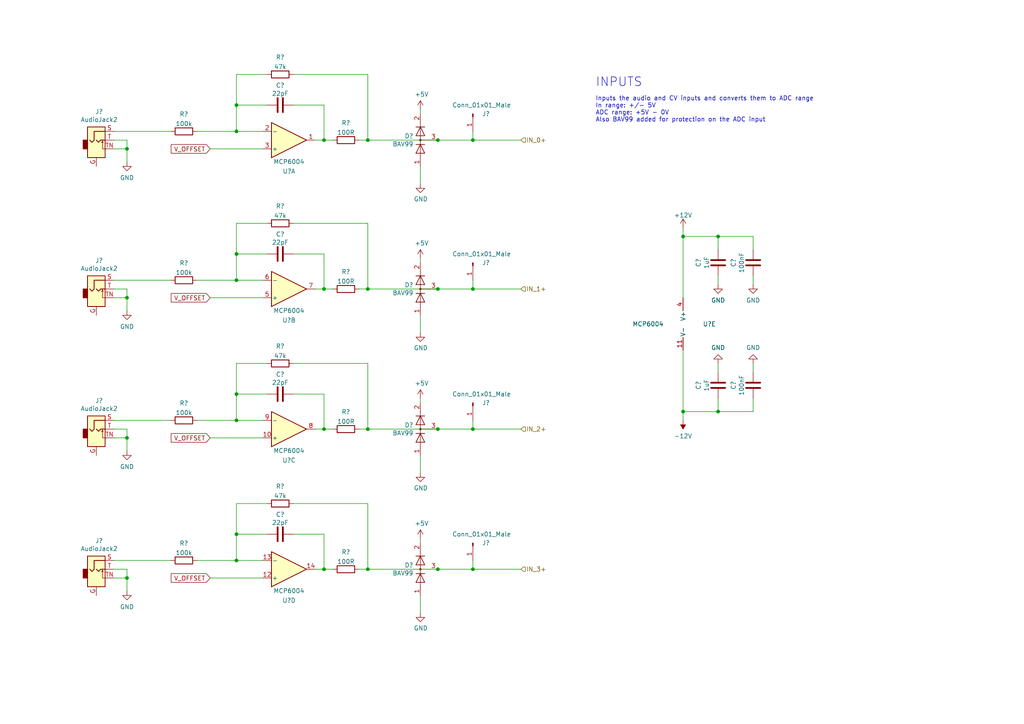
<source format=kicad_sch>
(kicad_sch (version 20211123) (generator eeschema)
  (paper "A4")
  (lib_symbols
    (symbol "Amplifier_Operational:MCP6004" (pin_names (offset 0.127))
      (property "Reference" "U" (at 0 5.08 0))
      (property "Value" "MCP6004" (at 0 -5.08 0))
      (symbol "MCP6004_1_1"
        (polyline (pts (xy -5.08 5.08) (xy 5.08 0) (xy -5.08 -5.08) (xy -5.08 5.08)) (stroke (width 0.254)) (fill (type background)))
        (pin output line (at 7.62 0 180) (length 2.54) (name "~") (number "1"))
        (pin input line (at -7.62 -2.54 0) (length 2.54) (name "-") (number "2"))
        (pin input line (at -7.62 2.54 0) (length 2.54) (name "+") (number "3"))
      )
      (symbol "MCP6004_2_1"
        (polyline (pts (xy -5.08 5.08) (xy 5.08 0) (xy -5.08 -5.08) (xy -5.08 5.08)) (stroke (width 0.254)) (fill (type background)))
        (pin input line (at -7.62 2.54 0) (length 2.54) (name "+") (number "5"))
        (pin input line (at -7.62 -2.54 0) (length 2.54) (name "-") (number "6"))
        (pin output line (at 7.62 0 180) (length 2.54) (name "~") (number "7"))
      )
      (symbol "MCP6004_3_1"
        (polyline (pts (xy -5.08 5.08) (xy 5.08 0) (xy -5.08 -5.08) (xy -5.08 5.08)) (stroke (width 0.254)) (fill (type background)))
        (pin input line (at -7.62 2.54 0) (length 2.54) (name "+") (number "10"))
        (pin output line (at 7.62 0 180) (length 2.54) (name "~") (number "8"))
        (pin input line (at -7.62 -2.54 0) (length 2.54) (name "-") (number "9"))
      )
      (symbol "MCP6004_4_1"
        (polyline (pts (xy -5.08 5.08) (xy 5.08 0) (xy -5.08 -5.08) (xy -5.08 5.08)) (stroke (width 0.254)) (fill (type background)))
        (pin input line (at -7.62 2.54 0) (length 2.54) (name "+") (number "12"))
        (pin input line (at -7.62 -2.54 0) (length 2.54) (name "-") (number "13"))
        (pin output line (at 7.62 0 180) (length 2.54) (name "~") (number "14"))
      )
      (symbol "MCP6004_5_1"
        (pin power_in line (at -2.54 -7.62 90) (length 3.81) (name "V-") (number "11"))
        (pin power_in line (at -2.54 7.62 270) (length 3.81) (name "V+") (number "4"))
      )
    )
    (symbol "Connector:AudioJack2_Ground_SwitchT"
      (property "Reference" "J" (at 0 8.89 0))
      (property "Value" "AudioJack2_Ground_SwitchT" (at 0 6.35 0))
      (symbol "AudioJack2_Ground_SwitchT_0_1"
        (rectangle (start -2.54 0) (end -3.81 -2.54) (stroke (width 0.254)) (fill (type outline)))
        (polyline (pts (xy 1.778 -0.254) (xy 2.032 -0.762)))
        (polyline (pts (xy 0 0) (xy 0.635 -0.635) (xy 1.27 0) (xy 2.54 0)) (stroke (width 0.254)))
        (polyline (pts (xy 2.54 -2.54) (xy 1.778 -2.54) (xy 1.778 -0.254) (xy 1.524 -0.762)))
        (polyline (pts (xy 2.54 2.54) (xy -0.635 2.54) (xy -0.635 0) (xy -1.27 -0.635) (xy -1.905 0)) (stroke (width 0.254)))
        (rectangle (start 2.54 3.81) (end -2.54 -5.08) (stroke (width 0.254)) (fill (type background)))
      )
      (symbol "AudioJack2_Ground_SwitchT_1_1"
        (pin passive line (at 0 -7.62 90) (length 2.54) (name "~") (number "G"))
        (pin passive line (at 5.08 2.54 180) (length 2.54) (name "~") (number "S"))
        (pin passive line (at 5.08 0 180) (length 2.54) (name "~") (number "T"))
        (pin passive line (at 5.08 -2.54 180) (length 2.54) (name "~") (number "TN"))
      )
    )
    (symbol "Connector:Conn_01x01_Male" (pin_names (offset 1.016) hide)
      (property "Reference" "J" (at 0 2.54 0))
      (property "Value" "Conn_01x01_Male" (at 0 -2.54 0))
      (symbol "Conn_01x01_Male_1_1"
        (polyline (pts (xy 1.27 0) (xy 0.8636 0)) (stroke (width 0.1524)))
        (rectangle (start 0.8636 0.127) (end 0 -0.127) (stroke (width 0.1524)) (fill (type outline)))
        (pin passive line (at 5.08 0 180) (length 3.81) (name "Pin_1") (number "1"))
      )
    )
    (symbol "Device:C" (pin_numbers hide) (pin_names (offset 0.254))
      (property "Reference" "C" (at 0.635 2.54 0))
      (property "Value" "C" (at 0.635 -2.54 0))
      (symbol "C_0_1"
        (polyline (pts (xy -2.032 -0.762) (xy 2.032 -0.762)) (stroke (width 0.508)))
        (polyline (pts (xy -2.032 0.762) (xy 2.032 0.762)) (stroke (width 0.508)))
      )
      (symbol "C_1_1"
        (pin passive line (at 0 3.81 270) (length 2.794) (name "~") (number "1"))
        (pin passive line (at 0 -3.81 90) (length 2.794) (name "~") (number "2"))
      )
    )
    (symbol "Device:R" (pin_numbers hide) (pin_names (offset 0))
      (property "Reference" "R" (at 2.032 0 90))
      (property "Value" "R" (at 0 0 90))
      (symbol "R_0_1"
        (rectangle (start -1.016 -2.54) (end 1.016 2.54) (stroke (width 0.254)))
      )
      (symbol "R_1_1"
        (pin passive line (at 0 3.81 270) (length 1.27) (name "~") (number "1"))
        (pin passive line (at 0 -3.81 90) (length 1.27) (name "~") (number "2"))
      )
    )
    (symbol "Diode:BAV99" (pin_names hide)
      (property "Reference" "D" (at 0 5.08 0))
      (property "Value" "Diode_BAV99" (at 0 2.54 0))
      (symbol "BAV99_0_1"
        (polyline (pts (xy -5.08 0) (xy 5.08 0)))
      )
      (symbol "BAV99_1_1"
        (polyline (pts (xy 0 0) (xy 0 -2.54)))
        (polyline (pts (xy -1.27 -1.27) (xy -1.27 1.27) (xy -1.27 1.27)) (stroke (width 0.2032)))
        (polyline (pts (xy 3.81 1.27) (xy 3.81 -1.27) (xy 3.81 -1.27)) (stroke (width 0.2032)))
        (polyline (pts (xy -3.81 1.27) (xy -1.27 0) (xy -3.81 -1.27) (xy -3.81 1.27) (xy -3.81 1.27) (xy -3.81 1.27)) (stroke (width 0.2032)))
        (polyline (pts (xy 1.27 1.27) (xy 3.81 0) (xy 1.27 -1.27) (xy 1.27 1.27) (xy 1.27 1.27) (xy 1.27 1.27)) (stroke (width 0.2032)))
        (circle (center 0 0) (radius 0.254) (fill (type outline)))
        (pin passive line (at -7.62 0 0) (length 2.54) (name "K") (number "1"))
        (pin passive line (at 7.62 0 180) (length 2.54) (name "A") (number "2"))
        (pin passive line (at 0 -5.08 90) (length 2.54) (name "K") (number "3"))
      )
    )
    (symbol "GND_1" (power) (pin_names (offset 0))
      (property "Value" "GND_1" (at 0 -3.81 0))
      (symbol "GND_1_0_1"
        (polyline (pts (xy 0 0) (xy 0 -1.27) (xy 1.27 -1.27) (xy 0 -2.54) (xy -1.27 -1.27) (xy 0 -1.27)))
      )
      (symbol "GND_1_1_1"
        (pin power_in line (at 0 0 270) (length 0) hide (name "GND") (number "1"))
      )
    )
    (symbol "power:+12V" (power) (pin_names (offset 0))
      (property "Value" "+12V" (at 0 3.556 0))
      (symbol "+12V_0_1"
        (polyline (pts (xy -0.762 1.27) (xy 0 2.54)))
        (polyline (pts (xy 0 0) (xy 0 2.54)))
        (polyline (pts (xy 0 2.54) (xy 0.762 1.27)))
      )
      (symbol "+12V_1_1"
        (pin power_in line (at 0 0 90) (length 0) hide (name "+12V") (number "1"))
      )
    )
    (symbol "power:+5V" (power) (pin_names (offset 0))
      (property "Value" "power_+5V" (at 0 3.556 0))
      (symbol "+5V_0_1"
        (polyline (pts (xy -0.762 1.27) (xy 0 2.54)))
        (polyline (pts (xy 0 0) (xy 0 2.54)))
        (polyline (pts (xy 0 2.54) (xy 0.762 1.27)))
      )
      (symbol "+5V_1_1"
        (pin power_in line (at 0 0 90) (length 0) hide (name "+5V") (number "1"))
      )
    )
    (symbol "power:-12V" (power) (pin_names (offset 0))
      (property "Value" "-12V" (at 0 3.81 0))
      (symbol "-12V_0_0"
        (pin power_in line (at 0 0 90) (length 0) hide (name "-12V") (number "1"))
      )
      (symbol "-12V_0_1"
        (polyline (pts (xy 0 0) (xy 0 1.27) (xy 0.762 1.27) (xy 0 2.54) (xy -0.762 1.27) (xy 0 1.27)) (fill (type outline)))
      )
    )
    (symbol "power:GND" (power) (pin_names (offset 0))
      (property "Value" "power_GND" (at 0 -3.81 0))
      (symbol "GND_0_1"
        (polyline (pts (xy 0 0) (xy 0 -1.27) (xy 1.27 -1.27) (xy 0 -2.54) (xy -1.27 -1.27) (xy 0 -1.27)))
      )
      (symbol "GND_1_1"
        (pin power_in line (at 0 0 270) (length 0) hide (name "GND") (number "1"))
      )
    )
  )
  (junction (at 198.12 68.58))
  (junction (at 106.68 124.46))
  (junction (at 68.58 162.56))
  (junction (at 68.58 81.28))
  (junction (at 137.16 83.82))
  (junction (at 106.68 83.82))
  (junction (at 68.58 154.94))
  (junction (at 68.58 30.48))
  (junction (at 208.28 119.38))
  (junction (at 106.68 165.1))
  (junction (at 127 40.64))
  (junction (at 137.16 40.64))
  (junction (at 68.58 121.92))
  (junction (at 127 124.46))
  (junction (at 68.58 38.1))
  (junction (at 93.98 83.82))
  (junction (at 36.83 167.64))
  (junction (at 93.98 165.1))
  (junction (at 127 83.82))
  (junction (at 198.12 119.38))
  (junction (at 93.98 40.64))
  (junction (at 36.83 43.18))
  (junction (at 137.16 124.46))
  (junction (at 137.16 165.1))
  (junction (at 68.58 73.66))
  (junction (at 68.58 114.3))
  (junction (at 127 165.1))
  (junction (at 36.83 127))
  (junction (at 93.98 124.46))
  (junction (at 36.83 86.36))
  (junction (at 208.28 68.58))
  (junction (at 106.68 40.64))
  (wire (pts (xy 106.68 40.64) (xy 127 40.64)))
  (wire (pts (xy 93.98 30.48) (xy 93.98 40.64)))
  (wire (pts (xy 93.98 124.46) (xy 91.44 124.46)))
  (wire (pts (xy 93.98 154.94) (xy 93.98 165.1)))
  (wire (pts (xy 68.58 64.77) (xy 68.58 73.66)))
  (wire (pts (xy 121.92 177.8) (xy 121.92 172.72)))
  (wire (pts (xy 137.16 162.56) (xy 137.16 165.1)))
  (wire (pts (xy 121.92 74.93) (xy 121.92 76.2)))
  (wire (pts (xy 121.92 53.34) (xy 121.92 48.26)))
  (wire (pts (xy 36.83 167.64) (xy 36.83 171.45)))
  (wire (pts (xy 127 124.46) (xy 137.16 124.46)))
  (wire (pts (xy 96.52 83.82) (xy 93.98 83.82)))
  (wire (pts (xy 137.16 83.82) (xy 151.13 83.82)))
  (wire (pts (xy 85.09 21.59) (xy 106.68 21.59)))
  (wire (pts (xy 218.44 68.58) (xy 218.44 72.39)))
  (wire (pts (xy 68.58 30.48) (xy 68.58 38.1)))
  (wire (pts (xy 33.02 40.64) (xy 36.83 40.64)))
  (wire (pts (xy 208.28 107.95) (xy 208.28 105.41)))
  (wire (pts (xy 104.14 40.64) (xy 106.68 40.64)))
  (wire (pts (xy 33.02 127) (xy 36.83 127)))
  (wire (pts (xy 208.28 80.01) (xy 208.28 82.55)))
  (wire (pts (xy 68.58 38.1) (xy 76.2 38.1)))
  (wire (pts (xy 68.58 162.56) (xy 76.2 162.56)))
  (wire (pts (xy 93.98 165.1) (xy 91.44 165.1)))
  (wire (pts (xy 137.16 81.28) (xy 137.16 83.82)))
  (wire (pts (xy 121.92 137.16) (xy 121.92 132.08)))
  (wire (pts (xy 68.58 146.05) (xy 68.58 154.94)))
  (wire (pts (xy 137.16 124.46) (xy 151.13 124.46)))
  (wire (pts (xy 68.58 73.66) (xy 77.47 73.66)))
  (wire (pts (xy 137.16 40.64) (xy 151.13 40.64)))
  (wire (pts (xy 106.68 165.1) (xy 127 165.1)))
  (wire (pts (xy 33.02 165.1) (xy 36.83 165.1)))
  (wire (pts (xy 106.68 146.05) (xy 106.68 165.1)))
  (wire (pts (xy 208.28 119.38) (xy 208.28 115.57)))
  (wire (pts (xy 68.58 121.92) (xy 76.2 121.92)))
  (wire (pts (xy 57.15 121.92) (xy 68.58 121.92)))
  (wire (pts (xy 137.16 121.92) (xy 137.16 124.46)))
  (wire (pts (xy 68.58 154.94) (xy 68.58 162.56)))
  (wire (pts (xy 57.15 81.28) (xy 68.58 81.28)))
  (wire (pts (xy 93.98 83.82) (xy 91.44 83.82)))
  (wire (pts (xy 68.58 30.48) (xy 77.47 30.48)))
  (wire (pts (xy 198.12 68.58) (xy 198.12 86.36)))
  (wire (pts (xy 68.58 114.3) (xy 68.58 121.92)))
  (wire (pts (xy 121.92 115.57) (xy 121.92 116.84)))
  (wire (pts (xy 127 40.64) (xy 137.16 40.64)))
  (wire (pts (xy 104.14 165.1) (xy 106.68 165.1)))
  (wire (pts (xy 93.98 114.3) (xy 93.98 124.46)))
  (wire (pts (xy 198.12 66.04) (xy 198.12 68.58)))
  (wire (pts (xy 96.52 40.64) (xy 93.98 40.64)))
  (wire (pts (xy 208.28 119.38) (xy 218.44 119.38)))
  (wire (pts (xy 68.58 154.94) (xy 77.47 154.94)))
  (wire (pts (xy 104.14 83.82) (xy 106.68 83.82)))
  (wire (pts (xy 68.58 81.28) (xy 76.2 81.28)))
  (wire (pts (xy 106.68 21.59) (xy 106.68 40.64)))
  (wire (pts (xy 36.83 43.18) (xy 36.83 46.99)))
  (wire (pts (xy 127 83.82) (xy 137.16 83.82)))
  (wire (pts (xy 68.58 114.3) (xy 77.47 114.3)))
  (wire (pts (xy 77.47 105.41) (xy 68.58 105.41)))
  (wire (pts (xy 33.02 162.56) (xy 49.53 162.56)))
  (wire (pts (xy 85.09 114.3) (xy 93.98 114.3)))
  (wire (pts (xy 137.16 165.1) (xy 151.13 165.1)))
  (wire (pts (xy 208.28 68.58) (xy 218.44 68.58)))
  (wire (pts (xy 106.68 105.41) (xy 106.68 124.46)))
  (wire (pts (xy 36.83 86.36) (xy 36.83 90.17)))
  (wire (pts (xy 77.47 64.77) (xy 68.58 64.77)))
  (wire (pts (xy 77.47 146.05) (xy 68.58 146.05)))
  (wire (pts (xy 198.12 119.38) (xy 208.28 119.38)))
  (wire (pts (xy 96.52 124.46) (xy 93.98 124.46)))
  (wire (pts (xy 33.02 121.92) (xy 49.53 121.92)))
  (wire (pts (xy 33.02 81.28) (xy 49.53 81.28)))
  (wire (pts (xy 57.15 38.1) (xy 68.58 38.1)))
  (wire (pts (xy 36.83 165.1) (xy 36.83 167.64)))
  (wire (pts (xy 121.92 31.75) (xy 121.92 33.02)))
  (wire (pts (xy 218.44 119.38) (xy 218.44 115.57)))
  (wire (pts (xy 218.44 80.01) (xy 218.44 82.55)))
  (wire (pts (xy 36.83 40.64) (xy 36.83 43.18)))
  (wire (pts (xy 85.09 146.05) (xy 106.68 146.05)))
  (wire (pts (xy 208.28 68.58) (xy 208.28 72.39)))
  (wire (pts (xy 68.58 105.41) (xy 68.58 114.3)))
  (wire (pts (xy 57.15 162.56) (xy 68.58 162.56)))
  (wire (pts (xy 106.68 83.82) (xy 127 83.82)))
  (wire (pts (xy 60.96 86.36) (xy 76.2 86.36)))
  (wire (pts (xy 106.68 124.46) (xy 127 124.46)))
  (wire (pts (xy 96.52 165.1) (xy 93.98 165.1)))
  (wire (pts (xy 198.12 121.92) (xy 198.12 119.38)))
  (wire (pts (xy 85.09 64.77) (xy 106.68 64.77)))
  (wire (pts (xy 106.68 64.77) (xy 106.68 83.82)))
  (wire (pts (xy 85.09 154.94) (xy 93.98 154.94)))
  (wire (pts (xy 121.92 96.52) (xy 121.92 91.44)))
  (wire (pts (xy 77.47 21.59) (xy 68.58 21.59)))
  (wire (pts (xy 33.02 167.64) (xy 36.83 167.64)))
  (wire (pts (xy 198.12 119.38) (xy 198.12 101.6)))
  (wire (pts (xy 36.83 83.82) (xy 36.83 86.36)))
  (wire (pts (xy 85.09 30.48) (xy 93.98 30.48)))
  (wire (pts (xy 60.96 167.64) (xy 76.2 167.64)))
  (wire (pts (xy 33.02 124.46) (xy 36.83 124.46)))
  (wire (pts (xy 68.58 21.59) (xy 68.58 30.48)))
  (wire (pts (xy 85.09 73.66) (xy 93.98 73.66)))
  (wire (pts (xy 36.83 124.46) (xy 36.83 127)))
  (wire (pts (xy 68.58 73.66) (xy 68.58 81.28)))
  (wire (pts (xy 36.83 127) (xy 36.83 130.81)))
  (wire (pts (xy 85.09 105.41) (xy 106.68 105.41)))
  (wire (pts (xy 93.98 40.64) (xy 91.44 40.64)))
  (wire (pts (xy 198.12 68.58) (xy 208.28 68.58)))
  (wire (pts (xy 60.96 43.18) (xy 76.2 43.18)))
  (wire (pts (xy 218.44 107.95) (xy 218.44 105.41)))
  (wire (pts (xy 121.92 156.21) (xy 121.92 157.48)))
  (wire (pts (xy 33.02 43.18) (xy 36.83 43.18)))
  (wire (pts (xy 127 165.1) (xy 137.16 165.1)))
  (wire (pts (xy 93.98 73.66) (xy 93.98 83.82)))
  (wire (pts (xy 33.02 86.36) (xy 36.83 86.36)))
  (wire (pts (xy 104.14 124.46) (xy 106.68 124.46)))
  (wire (pts (xy 137.16 38.1) (xy 137.16 40.64)))
  (wire (pts (xy 33.02 38.1) (xy 49.53 38.1)))
  (wire (pts (xy 33.02 83.82) (xy 36.83 83.82)))
  (wire (pts (xy 60.96 127) (xy 76.2 127)))
  (text "Inputs the audio and CV inputs and converts them to ADC range\nIn range: +/- 5V\nADC range: +5V - 0V\nAlso BAV99 added for protection on the ADC input" (at 172.72 35.56 0) (effects (font (size 1.27 1.27)) (justify left bottom)))
  (text "INPUTS" (at 172.72 25.4 0) (effects (font (size 2.54 2.54)) (justify left bottom)))
  (global_label "V_OFFSET" (shape input) (at 60.96 127 180) (property "Intersheet References" "${INTERSHEET_REFS}" (effects hide)))
  (global_label "V_OFFSET" (shape input) (at 60.96 167.64 180) (property "Intersheet References" "${INTERSHEET_REFS}" (effects hide)))
  (global_label "V_OFFSET" (shape input) (at 60.96 43.18 180) (property "Intersheet References" "${INTERSHEET_REFS}" (effects hide)))
  (global_label "V_OFFSET" (shape input) (at 60.96 86.36 180) (property "Intersheet References" "${INTERSHEET_REFS}" (effects hide)))
  (hierarchical_label "IN_2+" (shape input) (at 151.13 124.46 0))
  (hierarchical_label "IN_1+" (shape input) (at 151.13 83.82 0))
  (hierarchical_label "IN_0+" (shape input) (at 151.13 40.64 0))
  (hierarchical_label "IN_3+" (shape input) (at 151.13 165.1 0))
  (symbol (lib_id "Connector:AudioJack2_Ground_SwitchT") (at 27.94 40.64 0) (unit 1)
    (property "Reference" "J?" (at 28.7528 32.385 0))
    (property "Value" "AudioJack2" (at 28.7528 34.6964 0))
    (property "Footprint" "AudioJacks:Jack_3.5mm_QingPu_WQP-PJ398SM_Vertical" (effects hide))
  )
  (symbol (lib_id "Diode:BAV99") (at 121.92 40.64 90) (unit 1)
    (property "Reference" "D?" (at 119.9134 39.4716 90) (effects (justify left)))
    (property "Value" "BAV99" (at 119.9134 41.783 90) (effects (justify left)))
    (property "Footprint" "Package_TO_SOT_SMD:SOT-23" (effects hide))
    (property "Datasheet" "https://assets.nexperia.com/documents/data-sheet/BAV99_SER.pdf" (effects hide))
  )
  (symbol (lib_id "power:+5V") (at 121.92 31.75 0) (unit 1)
    (property "Reference" "#PWR?" (effects hide))
    (property "Value" "+5V" (at 122.301 27.3558 0))
  )
  (symbol (lib_id "power:GND") (at 121.92 53.34 0) (unit 1)
    (property "Reference" "#PWR?" (effects hide))
    (property "Value" "GND" (at 122.047 57.7342 0))
  )
  (symbol (lib_id "Connector:AudioJack2_Ground_SwitchT") (at 27.94 165.1 0) (unit 1)
    (property "Reference" "J?" (at 28.7528 156.845 0))
    (property "Value" "AudioJack2" (at 28.7528 159.1564 0))
    (property "Footprint" "AudioJacks:Jack_3.5mm_QingPu_WQP-PJ398SM_Vertical" (effects hide))
  )
  (symbol (lib_name "GND_1") (lib_id "power:GND") (at 36.83 171.45 0) (unit 1)
    (property "Reference" "#PWR?" (effects hide))
    (property "Value" "GND" (at 36.83 176.0125 0))
  )
  (symbol (lib_id "power:+5V") (at 121.92 115.57 0) (unit 1)
    (property "Reference" "#PWR?" (effects hide))
    (property "Value" "+5V" (at 122.301 111.1758 0))
  )
  (symbol (lib_name "GND_1") (lib_id "power:GND") (at 36.83 46.99 0) (unit 1)
    (property "Reference" "#PWR?" (effects hide))
    (property "Value" "GND" (at 36.83 51.5525 0))
  )
  (symbol (lib_id "Device:R") (at 81.28 105.41 90) (unit 1)
    (property "Reference" "R?" (at 81.28 100.4275 90))
    (property "Value" "47k" (at 81.28 103.2026 90))
    (property "Footprint" "Resistor_SMD:R_0805_2012Metric_Pad1.20x1.40mm_HandSolder" (effects hide))
  )
  (symbol (lib_id "Device:R") (at 81.28 146.05 90) (unit 1)
    (property "Reference" "R?" (at 81.28 141.0675 90))
    (property "Value" "47k" (at 81.28 143.8426 90))
    (property "Footprint" "Resistor_SMD:R_0805_2012Metric_Pad1.20x1.40mm_HandSolder" (effects hide))
  )
  (symbol (lib_id "power:+5V") (at 121.92 156.21 0) (unit 1)
    (property "Reference" "#PWR?" (effects hide))
    (property "Value" "+5V" (at 122.301 151.8158 0))
  )
  (symbol (lib_id "power:GND") (at 121.92 137.16 0) (unit 1)
    (property "Reference" "#PWR?" (effects hide))
    (property "Value" "GND" (at 122.047 141.5542 0))
  )
  (symbol (lib_id "Device:C") (at 81.28 30.48 270) (unit 1)
    (property "Reference" "C?" (at 81.28 24.765 90))
    (property "Value" "22pF" (at 81.28 27.1296 90))
    (property "Footprint" "Capacitor_SMD:C_0805_2012Metric_Pad1.18x1.45mm_HandSolder" (effects hide))
  )
  (symbol (lib_id "Amplifier_Operational:MCP6004") (at 83.82 40.64 0) (mirror x) (unit 1)
    (property "Reference" "U?" (at 83.82 49.6865 0))
    (property "Value" "MCP6004" (at 83.82 46.9114 0))
    (property "Datasheet" "http://ww1.microchip.com/downloads/en/DeviceDoc/21733j.pdf" (effects hide))
  )
  (symbol (lib_id "Device:R") (at 100.33 165.1 90) (unit 1)
    (property "Reference" "R?" (at 100.33 160.1175 90))
    (property "Value" "100R" (at 100.33 162.8926 90))
    (property "Footprint" "Resistor_SMD:R_0805_2012Metric_Pad1.20x1.40mm_HandSolder" (effects hide))
  )
  (symbol (lib_id "power:GND") (at 208.28 82.55 0) (unit 1)
    (property "Reference" "#PWR?" (effects hide))
    (property "Value" "GND" (at 208.28 87.1125 0))
  )
  (symbol (lib_id "Diode:BAV99") (at 121.92 124.46 90) (unit 1)
    (property "Reference" "D?" (at 119.9134 123.2916 90) (effects (justify left)))
    (property "Value" "BAV99" (at 119.9134 125.603 90) (effects (justify left)))
    (property "Footprint" "Package_TO_SOT_SMD:SOT-23" (effects hide))
    (property "Datasheet" "https://assets.nexperia.com/documents/data-sheet/BAV99_SER.pdf" (effects hide))
  )
  (symbol (lib_id "power:+5V") (at 121.92 74.93 0) (unit 1)
    (property "Reference" "#PWR?" (effects hide))
    (property "Value" "+5V" (at 122.301 70.5358 0))
  )
  (symbol (lib_id "Device:R") (at 81.28 64.77 90) (unit 1)
    (property "Reference" "R?" (at 81.28 59.7875 90))
    (property "Value" "47k" (at 81.28 62.5626 90))
    (property "Footprint" "Resistor_SMD:R_0805_2012Metric_Pad1.20x1.40mm_HandSolder" (effects hide))
  )
  (symbol (lib_id "Device:C") (at 81.28 73.66 270) (unit 1)
    (property "Reference" "C?" (at 81.28 67.945 90))
    (property "Value" "22pF" (at 81.28 70.3096 90))
    (property "Footprint" "Capacitor_SMD:C_0805_2012Metric_Pad1.18x1.45mm_HandSolder" (effects hide))
  )
  (symbol (lib_id "Connector:AudioJack2_Ground_SwitchT") (at 27.94 83.82 0) (unit 1)
    (property "Reference" "J?" (at 28.7528 75.565 0))
    (property "Value" "AudioJack2" (at 28.7528 77.8764 0))
    (property "Footprint" "AudioJacks:Jack_3.5mm_QingPu_WQP-PJ398SM_Vertical" (effects hide))
  )
  (symbol (lib_id "Device:C") (at 218.44 111.76 0) (mirror x) (unit 1)
    (property "Reference" "C?" (at 212.725 111.76 90))
    (property "Value" "100nF" (at 215.0896 111.76 90))
    (property "Footprint" "Capacitor_SMD:C_0805_2012Metric_Pad1.18x1.45mm_HandSolder" (effects hide))
  )
  (symbol (lib_id "Diode:BAV99") (at 121.92 165.1 90) (unit 1)
    (property "Reference" "D?" (at 119.9134 163.9316 90) (effects (justify left)))
    (property "Value" "BAV99" (at 119.9134 166.243 90) (effects (justify left)))
    (property "Footprint" "Package_TO_SOT_SMD:SOT-23" (effects hide))
    (property "Datasheet" "https://assets.nexperia.com/documents/data-sheet/BAV99_SER.pdf" (effects hide))
  )
  (symbol (lib_id "Device:R") (at 100.33 124.46 90) (unit 1)
    (property "Reference" "R?" (at 100.33 119.4775 90))
    (property "Value" "100R" (at 100.33 122.2526 90))
    (property "Footprint" "Resistor_SMD:R_0805_2012Metric_Pad1.20x1.40mm_HandSolder" (effects hide))
  )
  (symbol (lib_id "Device:C") (at 81.28 114.3 270) (unit 1)
    (property "Reference" "C?" (at 81.28 108.585 90))
    (property "Value" "22pF" (at 81.28 110.9496 90))
    (property "Footprint" "Capacitor_SMD:C_0805_2012Metric_Pad1.18x1.45mm_HandSolder" (effects hide))
  )
  (symbol (lib_id "Device:C") (at 81.28 154.94 270) (unit 1)
    (property "Reference" "C?" (at 81.28 149.225 90))
    (property "Value" "22pF" (at 81.28 151.5896 90))
    (property "Footprint" "Capacitor_SMD:C_0805_2012Metric_Pad1.18x1.45mm_HandSolder" (effects hide))
  )
  (symbol (lib_id "Diode:BAV99") (at 121.92 83.82 90) (unit 1)
    (property "Reference" "D?" (at 119.9134 82.6516 90) (effects (justify left)))
    (property "Value" "BAV99" (at 119.9134 84.963 90) (effects (justify left)))
    (property "Footprint" "Package_TO_SOT_SMD:SOT-23" (effects hide))
    (property "Datasheet" "https://assets.nexperia.com/documents/data-sheet/BAV99_SER.pdf" (effects hide))
  )
  (symbol (lib_id "Device:C") (at 208.28 111.76 0) (mirror x) (unit 1)
    (property "Reference" "C?" (at 202.565 111.76 90))
    (property "Value" "1uF" (at 204.9296 111.76 90))
    (property "Footprint" "Capacitor_SMD:C_0805_2012Metric_Pad1.18x1.45mm_HandSolder" (effects hide))
  )
  (symbol (lib_name "GND_1") (lib_id "power:GND") (at 36.83 90.17 0) (unit 1)
    (property "Reference" "#PWR?" (effects hide))
    (property "Value" "GND" (at 36.83 94.7325 0))
  )
  (symbol (lib_id "Device:R") (at 100.33 40.64 90) (unit 1)
    (property "Reference" "R?" (at 100.33 35.6575 90))
    (property "Value" "100R" (at 100.33 38.4326 90))
    (property "Footprint" "Resistor_SMD:R_0805_2012Metric_Pad1.20x1.40mm_HandSolder" (effects hide))
  )
  (symbol (lib_id "power:-12V") (at 198.12 121.92 180) (unit 1)
    (property "Reference" "#PWR?" (effects hide))
    (property "Value" "-12V" (at 198.12 126.4825 0))
  )
  (symbol (lib_id "Device:C") (at 218.44 76.2 0) (unit 1)
    (property "Reference" "C?" (at 212.725 76.2 90))
    (property "Value" "100nF" (at 215.0896 76.2 90))
    (property "Footprint" "Capacitor_SMD:C_0805_2012Metric_Pad1.18x1.45mm_HandSolder" (effects hide))
  )
  (symbol (lib_id "Device:R") (at 81.28 21.59 90) (unit 1)
    (property "Reference" "R?" (at 81.28 16.6075 90))
    (property "Value" "47k" (at 81.28 19.3826 90))
    (property "Footprint" "Resistor_SMD:R_0805_2012Metric_Pad1.20x1.40mm_HandSolder" (effects hide))
  )
  (symbol (lib_id "Connector:Conn_01x01_Male") (at 137.16 116.84 270) (unit 1)
    (property "Reference" "J?" (at 140.97 116.84 90))
    (property "Value" "Conn_01x01_Male" (at 139.7 114.3 90))
    (property "Footprint" "Connector_PinSocket_2.54mm:PinSocket_1x01_P2.54mm_Vertical" (effects hide))
  )
  (symbol (lib_id "Amplifier_Operational:MCP6004") (at 83.82 124.46 0) (mirror x) (unit 3)
    (property "Reference" "U?" (at 83.82 133.5065 0))
    (property "Value" "MCP6004" (at 83.82 130.7314 0))
    (property "Datasheet" "http://ww1.microchip.com/downloads/en/DeviceDoc/21733j.pdf" (effects hide))
  )
  (symbol (lib_id "Amplifier_Operational:MCP6004") (at 83.82 165.1 0) (mirror x) (unit 4)
    (property "Reference" "U?" (at 83.82 174.1465 0))
    (property "Value" "MCP6004" (at 83.82 171.3714 0))
    (property "Datasheet" "http://ww1.microchip.com/downloads/en/DeviceDoc/21733j.pdf" (effects hide))
  )
  (symbol (lib_id "Device:R") (at 53.34 121.92 90) (unit 1)
    (property "Reference" "R?" (at 53.34 116.9375 90))
    (property "Value" "100k" (at 53.34 119.7126 90))
    (property "Footprint" "Resistor_SMD:R_0805_2012Metric_Pad1.20x1.40mm_HandSolder" (effects hide))
  )
  (symbol (lib_id "Device:R") (at 53.34 162.56 90) (unit 1)
    (property "Reference" "R?" (at 53.34 157.5775 90))
    (property "Value" "100k" (at 53.34 160.3526 90))
    (property "Footprint" "Resistor_SMD:R_0805_2012Metric_Pad1.20x1.40mm_HandSolder" (effects hide))
  )
  (symbol (lib_id "Connector:Conn_01x01_Male") (at 137.16 157.48 270) (unit 1)
    (property "Reference" "J?" (at 140.97 157.48 90))
    (property "Value" "Conn_01x01_Male" (at 139.7 154.94 90))
    (property "Footprint" "Connector_PinSocket_2.54mm:PinSocket_1x01_P2.54mm_Vertical" (effects hide))
  )
  (symbol (lib_id "Connector:AudioJack2_Ground_SwitchT") (at 27.94 124.46 0) (unit 1)
    (property "Reference" "J?" (at 28.7528 116.205 0))
    (property "Value" "AudioJack2" (at 28.7528 118.5164 0))
    (property "Footprint" "AudioJacks:Jack_3.5mm_QingPu_WQP-PJ398SM_Vertical" (effects hide))
  )
  (symbol (lib_id "Amplifier_Operational:MCP6004") (at 83.82 83.82 0) (mirror x) (unit 2)
    (property "Reference" "U?" (at 83.82 92.8665 0))
    (property "Value" "MCP6004" (at 83.82 90.0914 0))
    (property "Datasheet" "http://ww1.microchip.com/downloads/en/DeviceDoc/21733j.pdf" (effects hide))
  )
  (symbol (lib_id "power:GND") (at 218.44 82.55 0) (unit 1)
    (property "Reference" "#PWR?" (effects hide))
    (property "Value" "GND" (at 218.44 87.1125 0))
  )
  (symbol (lib_id "Connector:Conn_01x01_Male") (at 137.16 76.2 270) (unit 1)
    (property "Reference" "J?" (at 140.97 76.2 90))
    (property "Value" "Conn_01x01_Male" (at 139.7 73.66 90))
    (property "Footprint" "Connector_PinSocket_2.54mm:PinSocket_1x01_P2.54mm_Vertical" (effects hide))
  )
  (symbol (lib_id "Device:R") (at 100.33 83.82 90) (unit 1)
    (property "Reference" "R?" (at 100.33 78.8375 90))
    (property "Value" "100R" (at 100.33 81.6126 90))
    (property "Footprint" "Resistor_SMD:R_0805_2012Metric_Pad1.20x1.40mm_HandSolder" (effects hide))
  )
  (symbol (lib_id "Device:R") (at 53.34 38.1 90) (unit 1)
    (property "Reference" "R?" (at 53.34 33.1175 90))
    (property "Value" "100k" (at 53.34 35.8926 90))
    (property "Footprint" "Resistor_SMD:R_0805_2012Metric_Pad1.20x1.40mm_HandSolder" (effects hide))
  )
  (symbol (lib_id "power:GND") (at 218.44 105.41 0) (mirror x) (unit 1)
    (property "Reference" "#PWR?" (effects hide))
    (property "Value" "GND" (at 218.44 100.8475 0))
  )
  (symbol (lib_id "power:+12V") (at 198.12 66.04 0) (unit 1)
    (property "Reference" "#PWR?" (effects hide))
    (property "Value" "+12V" (at 198.12 62.4355 0))
  )
  (symbol (lib_id "power:GND") (at 208.28 105.41 0) (mirror x) (unit 1)
    (property "Reference" "#PWR?" (effects hide))
    (property "Value" "GND" (at 208.28 100.8475 0))
  )
  (symbol (lib_id "Amplifier_Operational:MCP6004") (at 195.58 93.98 0) (mirror y) (unit 5)
    (property "Reference" "U?" (at 205.74 93.98 0))
    (property "Value" "MCP6004" (at 187.96 93.98 0))
    (property "Datasheet" "http://ww1.microchip.com/downloads/en/DeviceDoc/21733j.pdf" (effects hide))
  )
  (symbol (lib_id "power:GND") (at 121.92 96.52 0) (unit 1)
    (property "Reference" "#PWR?" (effects hide))
    (property "Value" "GND" (at 122.047 100.9142 0))
  )
  (symbol (lib_id "Connector:Conn_01x01_Male") (at 137.16 33.02 270) (unit 1)
    (property "Reference" "J?" (at 140.97 33.02 90))
    (property "Value" "Conn_01x01_Male" (at 139.7 30.48 90))
    (property "Footprint" "Connector_PinSocket_2.54mm:PinSocket_1x01_P2.54mm_Vertical" (effects hide))
  )
  (symbol (lib_name "GND_1") (lib_id "power:GND") (at 36.83 130.81 0) (unit 1)
    (property "Reference" "#PWR?" (effects hide))
    (property "Value" "GND" (at 36.83 135.3725 0))
  )
  (symbol (lib_id "Device:C") (at 208.28 76.2 0) (unit 1)
    (property "Reference" "C?" (at 202.565 76.2 90))
    (property "Value" "1uF" (at 204.9296 76.2 90))
    (property "Footprint" "Capacitor_SMD:C_0805_2012Metric_Pad1.18x1.45mm_HandSolder" (effects hide))
  )
  (symbol (lib_id "Device:R") (at 53.34 81.28 90) (unit 1)
    (property "Reference" "R?" (at 53.34 76.2975 90))
    (property "Value" "100k" (at 53.34 79.0726 90))
    (property "Footprint" "Resistor_SMD:R_0805_2012Metric_Pad1.20x1.40mm_HandSolder" (effects hide))
  )
  (symbol (lib_id "power:GND") (at 121.92 177.8 0) (unit 1)
    (property "Reference" "#PWR?" (effects hide))
    (property "Value" "GND" (at 122.047 182.1942 0))
  )
)
</source>
